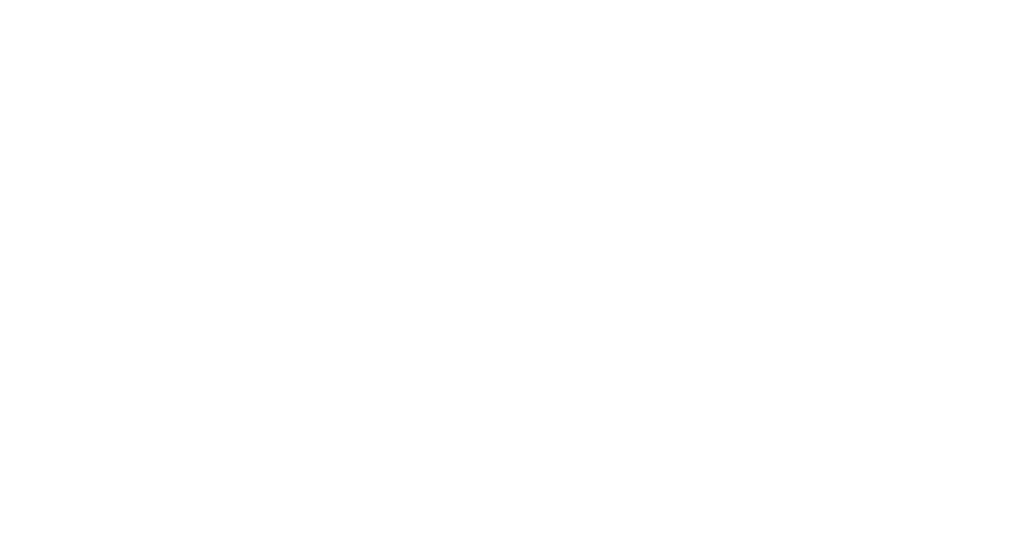
<source format=gbr>
G75*
G71*
%MOMM*%
%OFA0B0*%
%FSLAX53Y53*%
%IPPOS*%
%LPD*%
%ADD13C,0.30000*%
%ADD32C,0.10000*%
X0000000Y0000000D02*
G01*
D67*
D67*
X0000000Y0000000D02*
X0000000Y0040132D01*
X0029972Y0000000D02*
X0000000Y0000000D01*
X0029972Y0040132D02*
X0029972Y0000000D01*
X0000000Y0040132D02*
X0029972Y0040132D01*
X0029970Y0000000D02*
G01*
D67*
D67*
X0029970Y0000000D02*
X0029970Y0040132D01*
X0059942Y0000000D02*
X0029970Y0000000D01*
X0059942Y0040132D02*
X0059942Y0000000D01*
X0029970Y0040132D02*
X0059942Y0040132D01*
X0059940Y0000000D02*
G01*
D67*
D67*
X0059940Y0000000D02*
X0059940Y0040132D01*
X0089912Y0000000D02*
X0059940Y0000000D01*
X0089912Y0040132D02*
X0089912Y0000000D01*
X0059940Y0040132D02*
X0089912Y0040132D01*
X0000000Y0040130D02*
G01*
D67*
D67*
X0000000Y0040130D02*
X0000000Y0080262D01*
X0029972Y0040130D02*
X0000000Y0040130D01*
X0029972Y0080262D02*
X0029972Y0040130D01*
X0000000Y0080262D02*
X0029972Y0080262D01*
X0089910Y0000000D02*
G01*
D67*
D67*
X0089910Y0000000D02*
X0089910Y0040132D01*
X0119882Y0000000D02*
X0089910Y0000000D01*
X0119882Y0040132D02*
X0119882Y0000000D01*
X0089910Y0040132D02*
X0119882Y0040132D01*
X0029970Y0040130D02*
G01*
D67*
D67*
X0029970Y0040130D02*
X0029970Y0080262D01*
X0059942Y0040130D02*
X0029970Y0040130D01*
X0059942Y0080262D02*
X0059942Y0040130D01*
X0029970Y0080262D02*
X0059942Y0080262D01*
X0059940Y0040130D02*
G01*
D67*
D67*
X0059940Y0040130D02*
X0059940Y0080262D01*
X0089912Y0040130D02*
X0059940Y0040130D01*
X0089912Y0080262D02*
X0089912Y0040130D01*
X0059940Y0080262D02*
X0089912Y0080262D01*
X0089910Y0040130D02*
G01*
D67*
D67*
X0089910Y0040130D02*
X0089910Y0080262D01*
X0119882Y0040130D02*
X0089910Y0040130D01*
X0119882Y0080262D02*
X0119882Y0040130D01*
X0089910Y0080262D02*
X0119882Y0080262D01*
X0119880Y0000000D02*
G01*
D67*
D67*
X0119880Y0000000D02*
X0119880Y0040132D01*
X0149852Y0000000D02*
X0119880Y0000000D01*
X0149852Y0040132D02*
X0149852Y0000000D01*
X0119880Y0040132D02*
X0149852Y0040132D01*
X0119880Y0040130D02*
G01*
D67*
D67*
X0119880Y0040130D02*
X0119880Y0080262D01*
X0149852Y0040130D02*
X0119880Y0040130D01*
X0149852Y0080262D02*
X0149852Y0040130D01*
X0119880Y0080262D02*
X0149852Y0080262D01*
M02*

</source>
